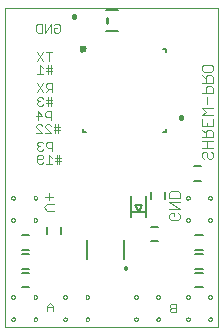
<source format=gbo>
G75*
%MOIN*%
%OFA0B0*%
%FSLAX25Y25*%
%IPPOS*%
%LPD*%
%AMOC8*
5,1,8,0,0,1.08239X$1,22.5*
%
%ADD10C,0.00000*%
%ADD11C,0.00300*%
%ADD12C,0.00400*%
%ADD13C,0.00500*%
%ADD14R,0.02362X0.02362*%
%ADD15C,0.00800*%
%ADD16C,0.00984*%
%ADD17C,0.01600*%
%ADD18C,0.00600*%
%ADD19C,0.00787*%
D10*
X0029368Y0021236D02*
X0029368Y0127535D01*
X0100234Y0127535D01*
X0100234Y0021236D01*
X0029368Y0021236D01*
X0031375Y0023835D02*
X0031377Y0023883D01*
X0031383Y0023931D01*
X0031393Y0023978D01*
X0031406Y0024024D01*
X0031424Y0024069D01*
X0031444Y0024113D01*
X0031469Y0024155D01*
X0031497Y0024194D01*
X0031527Y0024231D01*
X0031561Y0024265D01*
X0031598Y0024297D01*
X0031636Y0024326D01*
X0031677Y0024351D01*
X0031720Y0024373D01*
X0031765Y0024391D01*
X0031811Y0024405D01*
X0031858Y0024416D01*
X0031906Y0024423D01*
X0031954Y0024426D01*
X0032002Y0024425D01*
X0032050Y0024420D01*
X0032098Y0024411D01*
X0032144Y0024399D01*
X0032189Y0024382D01*
X0032233Y0024362D01*
X0032275Y0024339D01*
X0032315Y0024312D01*
X0032353Y0024282D01*
X0032388Y0024249D01*
X0032420Y0024213D01*
X0032450Y0024175D01*
X0032476Y0024134D01*
X0032498Y0024091D01*
X0032518Y0024047D01*
X0032533Y0024002D01*
X0032545Y0023955D01*
X0032553Y0023907D01*
X0032557Y0023859D01*
X0032557Y0023811D01*
X0032553Y0023763D01*
X0032545Y0023715D01*
X0032533Y0023668D01*
X0032518Y0023623D01*
X0032498Y0023579D01*
X0032476Y0023536D01*
X0032450Y0023495D01*
X0032420Y0023457D01*
X0032388Y0023421D01*
X0032353Y0023388D01*
X0032315Y0023358D01*
X0032275Y0023331D01*
X0032233Y0023308D01*
X0032189Y0023288D01*
X0032144Y0023271D01*
X0032098Y0023259D01*
X0032050Y0023250D01*
X0032002Y0023245D01*
X0031954Y0023244D01*
X0031906Y0023247D01*
X0031858Y0023254D01*
X0031811Y0023265D01*
X0031765Y0023279D01*
X0031720Y0023297D01*
X0031677Y0023319D01*
X0031636Y0023344D01*
X0031598Y0023373D01*
X0031561Y0023405D01*
X0031527Y0023439D01*
X0031497Y0023476D01*
X0031469Y0023515D01*
X0031444Y0023557D01*
X0031424Y0023601D01*
X0031406Y0023646D01*
X0031393Y0023692D01*
X0031383Y0023739D01*
X0031377Y0023787D01*
X0031375Y0023835D01*
X0031375Y0031236D02*
X0031377Y0031284D01*
X0031383Y0031332D01*
X0031393Y0031379D01*
X0031406Y0031425D01*
X0031424Y0031470D01*
X0031444Y0031514D01*
X0031469Y0031556D01*
X0031497Y0031595D01*
X0031527Y0031632D01*
X0031561Y0031666D01*
X0031598Y0031698D01*
X0031636Y0031727D01*
X0031677Y0031752D01*
X0031720Y0031774D01*
X0031765Y0031792D01*
X0031811Y0031806D01*
X0031858Y0031817D01*
X0031906Y0031824D01*
X0031954Y0031827D01*
X0032002Y0031826D01*
X0032050Y0031821D01*
X0032098Y0031812D01*
X0032144Y0031800D01*
X0032189Y0031783D01*
X0032233Y0031763D01*
X0032275Y0031740D01*
X0032315Y0031713D01*
X0032353Y0031683D01*
X0032388Y0031650D01*
X0032420Y0031614D01*
X0032450Y0031576D01*
X0032476Y0031535D01*
X0032498Y0031492D01*
X0032518Y0031448D01*
X0032533Y0031403D01*
X0032545Y0031356D01*
X0032553Y0031308D01*
X0032557Y0031260D01*
X0032557Y0031212D01*
X0032553Y0031164D01*
X0032545Y0031116D01*
X0032533Y0031069D01*
X0032518Y0031024D01*
X0032498Y0030980D01*
X0032476Y0030937D01*
X0032450Y0030896D01*
X0032420Y0030858D01*
X0032388Y0030822D01*
X0032353Y0030789D01*
X0032315Y0030759D01*
X0032275Y0030732D01*
X0032233Y0030709D01*
X0032189Y0030689D01*
X0032144Y0030672D01*
X0032098Y0030660D01*
X0032050Y0030651D01*
X0032002Y0030646D01*
X0031954Y0030645D01*
X0031906Y0030648D01*
X0031858Y0030655D01*
X0031811Y0030666D01*
X0031765Y0030680D01*
X0031720Y0030698D01*
X0031677Y0030720D01*
X0031636Y0030745D01*
X0031598Y0030774D01*
X0031561Y0030806D01*
X0031527Y0030840D01*
X0031497Y0030877D01*
X0031469Y0030916D01*
X0031444Y0030958D01*
X0031424Y0031002D01*
X0031406Y0031047D01*
X0031393Y0031093D01*
X0031383Y0031140D01*
X0031377Y0031188D01*
X0031375Y0031236D01*
X0038777Y0031236D02*
X0038779Y0031284D01*
X0038785Y0031332D01*
X0038795Y0031379D01*
X0038808Y0031425D01*
X0038826Y0031470D01*
X0038846Y0031514D01*
X0038871Y0031556D01*
X0038899Y0031595D01*
X0038929Y0031632D01*
X0038963Y0031666D01*
X0039000Y0031698D01*
X0039038Y0031727D01*
X0039079Y0031752D01*
X0039122Y0031774D01*
X0039167Y0031792D01*
X0039213Y0031806D01*
X0039260Y0031817D01*
X0039308Y0031824D01*
X0039356Y0031827D01*
X0039404Y0031826D01*
X0039452Y0031821D01*
X0039500Y0031812D01*
X0039546Y0031800D01*
X0039591Y0031783D01*
X0039635Y0031763D01*
X0039677Y0031740D01*
X0039717Y0031713D01*
X0039755Y0031683D01*
X0039790Y0031650D01*
X0039822Y0031614D01*
X0039852Y0031576D01*
X0039878Y0031535D01*
X0039900Y0031492D01*
X0039920Y0031448D01*
X0039935Y0031403D01*
X0039947Y0031356D01*
X0039955Y0031308D01*
X0039959Y0031260D01*
X0039959Y0031212D01*
X0039955Y0031164D01*
X0039947Y0031116D01*
X0039935Y0031069D01*
X0039920Y0031024D01*
X0039900Y0030980D01*
X0039878Y0030937D01*
X0039852Y0030896D01*
X0039822Y0030858D01*
X0039790Y0030822D01*
X0039755Y0030789D01*
X0039717Y0030759D01*
X0039677Y0030732D01*
X0039635Y0030709D01*
X0039591Y0030689D01*
X0039546Y0030672D01*
X0039500Y0030660D01*
X0039452Y0030651D01*
X0039404Y0030646D01*
X0039356Y0030645D01*
X0039308Y0030648D01*
X0039260Y0030655D01*
X0039213Y0030666D01*
X0039167Y0030680D01*
X0039122Y0030698D01*
X0039079Y0030720D01*
X0039038Y0030745D01*
X0039000Y0030774D01*
X0038963Y0030806D01*
X0038929Y0030840D01*
X0038899Y0030877D01*
X0038871Y0030916D01*
X0038846Y0030958D01*
X0038826Y0031002D01*
X0038808Y0031047D01*
X0038795Y0031093D01*
X0038785Y0031140D01*
X0038779Y0031188D01*
X0038777Y0031236D01*
X0038777Y0023835D02*
X0038779Y0023883D01*
X0038785Y0023931D01*
X0038795Y0023978D01*
X0038808Y0024024D01*
X0038826Y0024069D01*
X0038846Y0024113D01*
X0038871Y0024155D01*
X0038899Y0024194D01*
X0038929Y0024231D01*
X0038963Y0024265D01*
X0039000Y0024297D01*
X0039038Y0024326D01*
X0039079Y0024351D01*
X0039122Y0024373D01*
X0039167Y0024391D01*
X0039213Y0024405D01*
X0039260Y0024416D01*
X0039308Y0024423D01*
X0039356Y0024426D01*
X0039404Y0024425D01*
X0039452Y0024420D01*
X0039500Y0024411D01*
X0039546Y0024399D01*
X0039591Y0024382D01*
X0039635Y0024362D01*
X0039677Y0024339D01*
X0039717Y0024312D01*
X0039755Y0024282D01*
X0039790Y0024249D01*
X0039822Y0024213D01*
X0039852Y0024175D01*
X0039878Y0024134D01*
X0039900Y0024091D01*
X0039920Y0024047D01*
X0039935Y0024002D01*
X0039947Y0023955D01*
X0039955Y0023907D01*
X0039959Y0023859D01*
X0039959Y0023811D01*
X0039955Y0023763D01*
X0039947Y0023715D01*
X0039935Y0023668D01*
X0039920Y0023623D01*
X0039900Y0023579D01*
X0039878Y0023536D01*
X0039852Y0023495D01*
X0039822Y0023457D01*
X0039790Y0023421D01*
X0039755Y0023388D01*
X0039717Y0023358D01*
X0039677Y0023331D01*
X0039635Y0023308D01*
X0039591Y0023288D01*
X0039546Y0023271D01*
X0039500Y0023259D01*
X0039452Y0023250D01*
X0039404Y0023245D01*
X0039356Y0023244D01*
X0039308Y0023247D01*
X0039260Y0023254D01*
X0039213Y0023265D01*
X0039167Y0023279D01*
X0039122Y0023297D01*
X0039079Y0023319D01*
X0039038Y0023344D01*
X0039000Y0023373D01*
X0038963Y0023405D01*
X0038929Y0023439D01*
X0038899Y0023476D01*
X0038871Y0023515D01*
X0038846Y0023557D01*
X0038826Y0023601D01*
X0038808Y0023646D01*
X0038795Y0023692D01*
X0038785Y0023739D01*
X0038779Y0023787D01*
X0038777Y0023835D01*
X0048698Y0023835D02*
X0048700Y0023883D01*
X0048706Y0023931D01*
X0048716Y0023978D01*
X0048729Y0024024D01*
X0048747Y0024069D01*
X0048767Y0024113D01*
X0048792Y0024155D01*
X0048820Y0024194D01*
X0048850Y0024231D01*
X0048884Y0024265D01*
X0048921Y0024297D01*
X0048959Y0024326D01*
X0049000Y0024351D01*
X0049043Y0024373D01*
X0049088Y0024391D01*
X0049134Y0024405D01*
X0049181Y0024416D01*
X0049229Y0024423D01*
X0049277Y0024426D01*
X0049325Y0024425D01*
X0049373Y0024420D01*
X0049421Y0024411D01*
X0049467Y0024399D01*
X0049512Y0024382D01*
X0049556Y0024362D01*
X0049598Y0024339D01*
X0049638Y0024312D01*
X0049676Y0024282D01*
X0049711Y0024249D01*
X0049743Y0024213D01*
X0049773Y0024175D01*
X0049799Y0024134D01*
X0049821Y0024091D01*
X0049841Y0024047D01*
X0049856Y0024002D01*
X0049868Y0023955D01*
X0049876Y0023907D01*
X0049880Y0023859D01*
X0049880Y0023811D01*
X0049876Y0023763D01*
X0049868Y0023715D01*
X0049856Y0023668D01*
X0049841Y0023623D01*
X0049821Y0023579D01*
X0049799Y0023536D01*
X0049773Y0023495D01*
X0049743Y0023457D01*
X0049711Y0023421D01*
X0049676Y0023388D01*
X0049638Y0023358D01*
X0049598Y0023331D01*
X0049556Y0023308D01*
X0049512Y0023288D01*
X0049467Y0023271D01*
X0049421Y0023259D01*
X0049373Y0023250D01*
X0049325Y0023245D01*
X0049277Y0023244D01*
X0049229Y0023247D01*
X0049181Y0023254D01*
X0049134Y0023265D01*
X0049088Y0023279D01*
X0049043Y0023297D01*
X0049000Y0023319D01*
X0048959Y0023344D01*
X0048921Y0023373D01*
X0048884Y0023405D01*
X0048850Y0023439D01*
X0048820Y0023476D01*
X0048792Y0023515D01*
X0048767Y0023557D01*
X0048747Y0023601D01*
X0048729Y0023646D01*
X0048716Y0023692D01*
X0048706Y0023739D01*
X0048700Y0023787D01*
X0048698Y0023835D01*
X0048698Y0031236D02*
X0048700Y0031284D01*
X0048706Y0031332D01*
X0048716Y0031379D01*
X0048729Y0031425D01*
X0048747Y0031470D01*
X0048767Y0031514D01*
X0048792Y0031556D01*
X0048820Y0031595D01*
X0048850Y0031632D01*
X0048884Y0031666D01*
X0048921Y0031698D01*
X0048959Y0031727D01*
X0049000Y0031752D01*
X0049043Y0031774D01*
X0049088Y0031792D01*
X0049134Y0031806D01*
X0049181Y0031817D01*
X0049229Y0031824D01*
X0049277Y0031827D01*
X0049325Y0031826D01*
X0049373Y0031821D01*
X0049421Y0031812D01*
X0049467Y0031800D01*
X0049512Y0031783D01*
X0049556Y0031763D01*
X0049598Y0031740D01*
X0049638Y0031713D01*
X0049676Y0031683D01*
X0049711Y0031650D01*
X0049743Y0031614D01*
X0049773Y0031576D01*
X0049799Y0031535D01*
X0049821Y0031492D01*
X0049841Y0031448D01*
X0049856Y0031403D01*
X0049868Y0031356D01*
X0049876Y0031308D01*
X0049880Y0031260D01*
X0049880Y0031212D01*
X0049876Y0031164D01*
X0049868Y0031116D01*
X0049856Y0031069D01*
X0049841Y0031024D01*
X0049821Y0030980D01*
X0049799Y0030937D01*
X0049773Y0030896D01*
X0049743Y0030858D01*
X0049711Y0030822D01*
X0049676Y0030789D01*
X0049638Y0030759D01*
X0049598Y0030732D01*
X0049556Y0030709D01*
X0049512Y0030689D01*
X0049467Y0030672D01*
X0049421Y0030660D01*
X0049373Y0030651D01*
X0049325Y0030646D01*
X0049277Y0030645D01*
X0049229Y0030648D01*
X0049181Y0030655D01*
X0049134Y0030666D01*
X0049088Y0030680D01*
X0049043Y0030698D01*
X0049000Y0030720D01*
X0048959Y0030745D01*
X0048921Y0030774D01*
X0048884Y0030806D01*
X0048850Y0030840D01*
X0048820Y0030877D01*
X0048792Y0030916D01*
X0048767Y0030958D01*
X0048747Y0031002D01*
X0048729Y0031047D01*
X0048716Y0031093D01*
X0048706Y0031140D01*
X0048700Y0031188D01*
X0048698Y0031236D01*
X0056100Y0031236D02*
X0056102Y0031284D01*
X0056108Y0031332D01*
X0056118Y0031379D01*
X0056131Y0031425D01*
X0056149Y0031470D01*
X0056169Y0031514D01*
X0056194Y0031556D01*
X0056222Y0031595D01*
X0056252Y0031632D01*
X0056286Y0031666D01*
X0056323Y0031698D01*
X0056361Y0031727D01*
X0056402Y0031752D01*
X0056445Y0031774D01*
X0056490Y0031792D01*
X0056536Y0031806D01*
X0056583Y0031817D01*
X0056631Y0031824D01*
X0056679Y0031827D01*
X0056727Y0031826D01*
X0056775Y0031821D01*
X0056823Y0031812D01*
X0056869Y0031800D01*
X0056914Y0031783D01*
X0056958Y0031763D01*
X0057000Y0031740D01*
X0057040Y0031713D01*
X0057078Y0031683D01*
X0057113Y0031650D01*
X0057145Y0031614D01*
X0057175Y0031576D01*
X0057201Y0031535D01*
X0057223Y0031492D01*
X0057243Y0031448D01*
X0057258Y0031403D01*
X0057270Y0031356D01*
X0057278Y0031308D01*
X0057282Y0031260D01*
X0057282Y0031212D01*
X0057278Y0031164D01*
X0057270Y0031116D01*
X0057258Y0031069D01*
X0057243Y0031024D01*
X0057223Y0030980D01*
X0057201Y0030937D01*
X0057175Y0030896D01*
X0057145Y0030858D01*
X0057113Y0030822D01*
X0057078Y0030789D01*
X0057040Y0030759D01*
X0057000Y0030732D01*
X0056958Y0030709D01*
X0056914Y0030689D01*
X0056869Y0030672D01*
X0056823Y0030660D01*
X0056775Y0030651D01*
X0056727Y0030646D01*
X0056679Y0030645D01*
X0056631Y0030648D01*
X0056583Y0030655D01*
X0056536Y0030666D01*
X0056490Y0030680D01*
X0056445Y0030698D01*
X0056402Y0030720D01*
X0056361Y0030745D01*
X0056323Y0030774D01*
X0056286Y0030806D01*
X0056252Y0030840D01*
X0056222Y0030877D01*
X0056194Y0030916D01*
X0056169Y0030958D01*
X0056149Y0031002D01*
X0056131Y0031047D01*
X0056118Y0031093D01*
X0056108Y0031140D01*
X0056102Y0031188D01*
X0056100Y0031236D01*
X0056100Y0023835D02*
X0056102Y0023883D01*
X0056108Y0023931D01*
X0056118Y0023978D01*
X0056131Y0024024D01*
X0056149Y0024069D01*
X0056169Y0024113D01*
X0056194Y0024155D01*
X0056222Y0024194D01*
X0056252Y0024231D01*
X0056286Y0024265D01*
X0056323Y0024297D01*
X0056361Y0024326D01*
X0056402Y0024351D01*
X0056445Y0024373D01*
X0056490Y0024391D01*
X0056536Y0024405D01*
X0056583Y0024416D01*
X0056631Y0024423D01*
X0056679Y0024426D01*
X0056727Y0024425D01*
X0056775Y0024420D01*
X0056823Y0024411D01*
X0056869Y0024399D01*
X0056914Y0024382D01*
X0056958Y0024362D01*
X0057000Y0024339D01*
X0057040Y0024312D01*
X0057078Y0024282D01*
X0057113Y0024249D01*
X0057145Y0024213D01*
X0057175Y0024175D01*
X0057201Y0024134D01*
X0057223Y0024091D01*
X0057243Y0024047D01*
X0057258Y0024002D01*
X0057270Y0023955D01*
X0057278Y0023907D01*
X0057282Y0023859D01*
X0057282Y0023811D01*
X0057278Y0023763D01*
X0057270Y0023715D01*
X0057258Y0023668D01*
X0057243Y0023623D01*
X0057223Y0023579D01*
X0057201Y0023536D01*
X0057175Y0023495D01*
X0057145Y0023457D01*
X0057113Y0023421D01*
X0057078Y0023388D01*
X0057040Y0023358D01*
X0057000Y0023331D01*
X0056958Y0023308D01*
X0056914Y0023288D01*
X0056869Y0023271D01*
X0056823Y0023259D01*
X0056775Y0023250D01*
X0056727Y0023245D01*
X0056679Y0023244D01*
X0056631Y0023247D01*
X0056583Y0023254D01*
X0056536Y0023265D01*
X0056490Y0023279D01*
X0056445Y0023297D01*
X0056402Y0023319D01*
X0056361Y0023344D01*
X0056323Y0023373D01*
X0056286Y0023405D01*
X0056252Y0023439D01*
X0056222Y0023476D01*
X0056194Y0023515D01*
X0056169Y0023557D01*
X0056149Y0023601D01*
X0056131Y0023646D01*
X0056118Y0023692D01*
X0056108Y0023739D01*
X0056102Y0023787D01*
X0056100Y0023835D01*
X0072320Y0023835D02*
X0072322Y0023883D01*
X0072328Y0023931D01*
X0072338Y0023978D01*
X0072351Y0024024D01*
X0072369Y0024069D01*
X0072389Y0024113D01*
X0072414Y0024155D01*
X0072442Y0024194D01*
X0072472Y0024231D01*
X0072506Y0024265D01*
X0072543Y0024297D01*
X0072581Y0024326D01*
X0072622Y0024351D01*
X0072665Y0024373D01*
X0072710Y0024391D01*
X0072756Y0024405D01*
X0072803Y0024416D01*
X0072851Y0024423D01*
X0072899Y0024426D01*
X0072947Y0024425D01*
X0072995Y0024420D01*
X0073043Y0024411D01*
X0073089Y0024399D01*
X0073134Y0024382D01*
X0073178Y0024362D01*
X0073220Y0024339D01*
X0073260Y0024312D01*
X0073298Y0024282D01*
X0073333Y0024249D01*
X0073365Y0024213D01*
X0073395Y0024175D01*
X0073421Y0024134D01*
X0073443Y0024091D01*
X0073463Y0024047D01*
X0073478Y0024002D01*
X0073490Y0023955D01*
X0073498Y0023907D01*
X0073502Y0023859D01*
X0073502Y0023811D01*
X0073498Y0023763D01*
X0073490Y0023715D01*
X0073478Y0023668D01*
X0073463Y0023623D01*
X0073443Y0023579D01*
X0073421Y0023536D01*
X0073395Y0023495D01*
X0073365Y0023457D01*
X0073333Y0023421D01*
X0073298Y0023388D01*
X0073260Y0023358D01*
X0073220Y0023331D01*
X0073178Y0023308D01*
X0073134Y0023288D01*
X0073089Y0023271D01*
X0073043Y0023259D01*
X0072995Y0023250D01*
X0072947Y0023245D01*
X0072899Y0023244D01*
X0072851Y0023247D01*
X0072803Y0023254D01*
X0072756Y0023265D01*
X0072710Y0023279D01*
X0072665Y0023297D01*
X0072622Y0023319D01*
X0072581Y0023344D01*
X0072543Y0023373D01*
X0072506Y0023405D01*
X0072472Y0023439D01*
X0072442Y0023476D01*
X0072414Y0023515D01*
X0072389Y0023557D01*
X0072369Y0023601D01*
X0072351Y0023646D01*
X0072338Y0023692D01*
X0072328Y0023739D01*
X0072322Y0023787D01*
X0072320Y0023835D01*
X0072320Y0031236D02*
X0072322Y0031284D01*
X0072328Y0031332D01*
X0072338Y0031379D01*
X0072351Y0031425D01*
X0072369Y0031470D01*
X0072389Y0031514D01*
X0072414Y0031556D01*
X0072442Y0031595D01*
X0072472Y0031632D01*
X0072506Y0031666D01*
X0072543Y0031698D01*
X0072581Y0031727D01*
X0072622Y0031752D01*
X0072665Y0031774D01*
X0072710Y0031792D01*
X0072756Y0031806D01*
X0072803Y0031817D01*
X0072851Y0031824D01*
X0072899Y0031827D01*
X0072947Y0031826D01*
X0072995Y0031821D01*
X0073043Y0031812D01*
X0073089Y0031800D01*
X0073134Y0031783D01*
X0073178Y0031763D01*
X0073220Y0031740D01*
X0073260Y0031713D01*
X0073298Y0031683D01*
X0073333Y0031650D01*
X0073365Y0031614D01*
X0073395Y0031576D01*
X0073421Y0031535D01*
X0073443Y0031492D01*
X0073463Y0031448D01*
X0073478Y0031403D01*
X0073490Y0031356D01*
X0073498Y0031308D01*
X0073502Y0031260D01*
X0073502Y0031212D01*
X0073498Y0031164D01*
X0073490Y0031116D01*
X0073478Y0031069D01*
X0073463Y0031024D01*
X0073443Y0030980D01*
X0073421Y0030937D01*
X0073395Y0030896D01*
X0073365Y0030858D01*
X0073333Y0030822D01*
X0073298Y0030789D01*
X0073260Y0030759D01*
X0073220Y0030732D01*
X0073178Y0030709D01*
X0073134Y0030689D01*
X0073089Y0030672D01*
X0073043Y0030660D01*
X0072995Y0030651D01*
X0072947Y0030646D01*
X0072899Y0030645D01*
X0072851Y0030648D01*
X0072803Y0030655D01*
X0072756Y0030666D01*
X0072710Y0030680D01*
X0072665Y0030698D01*
X0072622Y0030720D01*
X0072581Y0030745D01*
X0072543Y0030774D01*
X0072506Y0030806D01*
X0072472Y0030840D01*
X0072442Y0030877D01*
X0072414Y0030916D01*
X0072389Y0030958D01*
X0072369Y0031002D01*
X0072351Y0031047D01*
X0072338Y0031093D01*
X0072328Y0031140D01*
X0072322Y0031188D01*
X0072320Y0031236D01*
X0079722Y0031236D02*
X0079724Y0031284D01*
X0079730Y0031332D01*
X0079740Y0031379D01*
X0079753Y0031425D01*
X0079771Y0031470D01*
X0079791Y0031514D01*
X0079816Y0031556D01*
X0079844Y0031595D01*
X0079874Y0031632D01*
X0079908Y0031666D01*
X0079945Y0031698D01*
X0079983Y0031727D01*
X0080024Y0031752D01*
X0080067Y0031774D01*
X0080112Y0031792D01*
X0080158Y0031806D01*
X0080205Y0031817D01*
X0080253Y0031824D01*
X0080301Y0031827D01*
X0080349Y0031826D01*
X0080397Y0031821D01*
X0080445Y0031812D01*
X0080491Y0031800D01*
X0080536Y0031783D01*
X0080580Y0031763D01*
X0080622Y0031740D01*
X0080662Y0031713D01*
X0080700Y0031683D01*
X0080735Y0031650D01*
X0080767Y0031614D01*
X0080797Y0031576D01*
X0080823Y0031535D01*
X0080845Y0031492D01*
X0080865Y0031448D01*
X0080880Y0031403D01*
X0080892Y0031356D01*
X0080900Y0031308D01*
X0080904Y0031260D01*
X0080904Y0031212D01*
X0080900Y0031164D01*
X0080892Y0031116D01*
X0080880Y0031069D01*
X0080865Y0031024D01*
X0080845Y0030980D01*
X0080823Y0030937D01*
X0080797Y0030896D01*
X0080767Y0030858D01*
X0080735Y0030822D01*
X0080700Y0030789D01*
X0080662Y0030759D01*
X0080622Y0030732D01*
X0080580Y0030709D01*
X0080536Y0030689D01*
X0080491Y0030672D01*
X0080445Y0030660D01*
X0080397Y0030651D01*
X0080349Y0030646D01*
X0080301Y0030645D01*
X0080253Y0030648D01*
X0080205Y0030655D01*
X0080158Y0030666D01*
X0080112Y0030680D01*
X0080067Y0030698D01*
X0080024Y0030720D01*
X0079983Y0030745D01*
X0079945Y0030774D01*
X0079908Y0030806D01*
X0079874Y0030840D01*
X0079844Y0030877D01*
X0079816Y0030916D01*
X0079791Y0030958D01*
X0079771Y0031002D01*
X0079753Y0031047D01*
X0079740Y0031093D01*
X0079730Y0031140D01*
X0079724Y0031188D01*
X0079722Y0031236D01*
X0079722Y0023835D02*
X0079724Y0023883D01*
X0079730Y0023931D01*
X0079740Y0023978D01*
X0079753Y0024024D01*
X0079771Y0024069D01*
X0079791Y0024113D01*
X0079816Y0024155D01*
X0079844Y0024194D01*
X0079874Y0024231D01*
X0079908Y0024265D01*
X0079945Y0024297D01*
X0079983Y0024326D01*
X0080024Y0024351D01*
X0080067Y0024373D01*
X0080112Y0024391D01*
X0080158Y0024405D01*
X0080205Y0024416D01*
X0080253Y0024423D01*
X0080301Y0024426D01*
X0080349Y0024425D01*
X0080397Y0024420D01*
X0080445Y0024411D01*
X0080491Y0024399D01*
X0080536Y0024382D01*
X0080580Y0024362D01*
X0080622Y0024339D01*
X0080662Y0024312D01*
X0080700Y0024282D01*
X0080735Y0024249D01*
X0080767Y0024213D01*
X0080797Y0024175D01*
X0080823Y0024134D01*
X0080845Y0024091D01*
X0080865Y0024047D01*
X0080880Y0024002D01*
X0080892Y0023955D01*
X0080900Y0023907D01*
X0080904Y0023859D01*
X0080904Y0023811D01*
X0080900Y0023763D01*
X0080892Y0023715D01*
X0080880Y0023668D01*
X0080865Y0023623D01*
X0080845Y0023579D01*
X0080823Y0023536D01*
X0080797Y0023495D01*
X0080767Y0023457D01*
X0080735Y0023421D01*
X0080700Y0023388D01*
X0080662Y0023358D01*
X0080622Y0023331D01*
X0080580Y0023308D01*
X0080536Y0023288D01*
X0080491Y0023271D01*
X0080445Y0023259D01*
X0080397Y0023250D01*
X0080349Y0023245D01*
X0080301Y0023244D01*
X0080253Y0023247D01*
X0080205Y0023254D01*
X0080158Y0023265D01*
X0080112Y0023279D01*
X0080067Y0023297D01*
X0080024Y0023319D01*
X0079983Y0023344D01*
X0079945Y0023373D01*
X0079908Y0023405D01*
X0079874Y0023439D01*
X0079844Y0023476D01*
X0079816Y0023515D01*
X0079791Y0023557D01*
X0079771Y0023601D01*
X0079753Y0023646D01*
X0079740Y0023692D01*
X0079730Y0023739D01*
X0079724Y0023787D01*
X0079722Y0023835D01*
X0089643Y0023835D02*
X0089645Y0023883D01*
X0089651Y0023931D01*
X0089661Y0023978D01*
X0089674Y0024024D01*
X0089692Y0024069D01*
X0089712Y0024113D01*
X0089737Y0024155D01*
X0089765Y0024194D01*
X0089795Y0024231D01*
X0089829Y0024265D01*
X0089866Y0024297D01*
X0089904Y0024326D01*
X0089945Y0024351D01*
X0089988Y0024373D01*
X0090033Y0024391D01*
X0090079Y0024405D01*
X0090126Y0024416D01*
X0090174Y0024423D01*
X0090222Y0024426D01*
X0090270Y0024425D01*
X0090318Y0024420D01*
X0090366Y0024411D01*
X0090412Y0024399D01*
X0090457Y0024382D01*
X0090501Y0024362D01*
X0090543Y0024339D01*
X0090583Y0024312D01*
X0090621Y0024282D01*
X0090656Y0024249D01*
X0090688Y0024213D01*
X0090718Y0024175D01*
X0090744Y0024134D01*
X0090766Y0024091D01*
X0090786Y0024047D01*
X0090801Y0024002D01*
X0090813Y0023955D01*
X0090821Y0023907D01*
X0090825Y0023859D01*
X0090825Y0023811D01*
X0090821Y0023763D01*
X0090813Y0023715D01*
X0090801Y0023668D01*
X0090786Y0023623D01*
X0090766Y0023579D01*
X0090744Y0023536D01*
X0090718Y0023495D01*
X0090688Y0023457D01*
X0090656Y0023421D01*
X0090621Y0023388D01*
X0090583Y0023358D01*
X0090543Y0023331D01*
X0090501Y0023308D01*
X0090457Y0023288D01*
X0090412Y0023271D01*
X0090366Y0023259D01*
X0090318Y0023250D01*
X0090270Y0023245D01*
X0090222Y0023244D01*
X0090174Y0023247D01*
X0090126Y0023254D01*
X0090079Y0023265D01*
X0090033Y0023279D01*
X0089988Y0023297D01*
X0089945Y0023319D01*
X0089904Y0023344D01*
X0089866Y0023373D01*
X0089829Y0023405D01*
X0089795Y0023439D01*
X0089765Y0023476D01*
X0089737Y0023515D01*
X0089712Y0023557D01*
X0089692Y0023601D01*
X0089674Y0023646D01*
X0089661Y0023692D01*
X0089651Y0023739D01*
X0089645Y0023787D01*
X0089643Y0023835D01*
X0089643Y0031236D02*
X0089645Y0031284D01*
X0089651Y0031332D01*
X0089661Y0031379D01*
X0089674Y0031425D01*
X0089692Y0031470D01*
X0089712Y0031514D01*
X0089737Y0031556D01*
X0089765Y0031595D01*
X0089795Y0031632D01*
X0089829Y0031666D01*
X0089866Y0031698D01*
X0089904Y0031727D01*
X0089945Y0031752D01*
X0089988Y0031774D01*
X0090033Y0031792D01*
X0090079Y0031806D01*
X0090126Y0031817D01*
X0090174Y0031824D01*
X0090222Y0031827D01*
X0090270Y0031826D01*
X0090318Y0031821D01*
X0090366Y0031812D01*
X0090412Y0031800D01*
X0090457Y0031783D01*
X0090501Y0031763D01*
X0090543Y0031740D01*
X0090583Y0031713D01*
X0090621Y0031683D01*
X0090656Y0031650D01*
X0090688Y0031614D01*
X0090718Y0031576D01*
X0090744Y0031535D01*
X0090766Y0031492D01*
X0090786Y0031448D01*
X0090801Y0031403D01*
X0090813Y0031356D01*
X0090821Y0031308D01*
X0090825Y0031260D01*
X0090825Y0031212D01*
X0090821Y0031164D01*
X0090813Y0031116D01*
X0090801Y0031069D01*
X0090786Y0031024D01*
X0090766Y0030980D01*
X0090744Y0030937D01*
X0090718Y0030896D01*
X0090688Y0030858D01*
X0090656Y0030822D01*
X0090621Y0030789D01*
X0090583Y0030759D01*
X0090543Y0030732D01*
X0090501Y0030709D01*
X0090457Y0030689D01*
X0090412Y0030672D01*
X0090366Y0030660D01*
X0090318Y0030651D01*
X0090270Y0030646D01*
X0090222Y0030645D01*
X0090174Y0030648D01*
X0090126Y0030655D01*
X0090079Y0030666D01*
X0090033Y0030680D01*
X0089988Y0030698D01*
X0089945Y0030720D01*
X0089904Y0030745D01*
X0089866Y0030774D01*
X0089829Y0030806D01*
X0089795Y0030840D01*
X0089765Y0030877D01*
X0089737Y0030916D01*
X0089712Y0030958D01*
X0089692Y0031002D01*
X0089674Y0031047D01*
X0089661Y0031093D01*
X0089651Y0031140D01*
X0089645Y0031188D01*
X0089643Y0031236D01*
X0097044Y0031236D02*
X0097046Y0031284D01*
X0097052Y0031332D01*
X0097062Y0031379D01*
X0097075Y0031425D01*
X0097093Y0031470D01*
X0097113Y0031514D01*
X0097138Y0031556D01*
X0097166Y0031595D01*
X0097196Y0031632D01*
X0097230Y0031666D01*
X0097267Y0031698D01*
X0097305Y0031727D01*
X0097346Y0031752D01*
X0097389Y0031774D01*
X0097434Y0031792D01*
X0097480Y0031806D01*
X0097527Y0031817D01*
X0097575Y0031824D01*
X0097623Y0031827D01*
X0097671Y0031826D01*
X0097719Y0031821D01*
X0097767Y0031812D01*
X0097813Y0031800D01*
X0097858Y0031783D01*
X0097902Y0031763D01*
X0097944Y0031740D01*
X0097984Y0031713D01*
X0098022Y0031683D01*
X0098057Y0031650D01*
X0098089Y0031614D01*
X0098119Y0031576D01*
X0098145Y0031535D01*
X0098167Y0031492D01*
X0098187Y0031448D01*
X0098202Y0031403D01*
X0098214Y0031356D01*
X0098222Y0031308D01*
X0098226Y0031260D01*
X0098226Y0031212D01*
X0098222Y0031164D01*
X0098214Y0031116D01*
X0098202Y0031069D01*
X0098187Y0031024D01*
X0098167Y0030980D01*
X0098145Y0030937D01*
X0098119Y0030896D01*
X0098089Y0030858D01*
X0098057Y0030822D01*
X0098022Y0030789D01*
X0097984Y0030759D01*
X0097944Y0030732D01*
X0097902Y0030709D01*
X0097858Y0030689D01*
X0097813Y0030672D01*
X0097767Y0030660D01*
X0097719Y0030651D01*
X0097671Y0030646D01*
X0097623Y0030645D01*
X0097575Y0030648D01*
X0097527Y0030655D01*
X0097480Y0030666D01*
X0097434Y0030680D01*
X0097389Y0030698D01*
X0097346Y0030720D01*
X0097305Y0030745D01*
X0097267Y0030774D01*
X0097230Y0030806D01*
X0097196Y0030840D01*
X0097166Y0030877D01*
X0097138Y0030916D01*
X0097113Y0030958D01*
X0097093Y0031002D01*
X0097075Y0031047D01*
X0097062Y0031093D01*
X0097052Y0031140D01*
X0097046Y0031188D01*
X0097044Y0031236D01*
X0097044Y0023835D02*
X0097046Y0023883D01*
X0097052Y0023931D01*
X0097062Y0023978D01*
X0097075Y0024024D01*
X0097093Y0024069D01*
X0097113Y0024113D01*
X0097138Y0024155D01*
X0097166Y0024194D01*
X0097196Y0024231D01*
X0097230Y0024265D01*
X0097267Y0024297D01*
X0097305Y0024326D01*
X0097346Y0024351D01*
X0097389Y0024373D01*
X0097434Y0024391D01*
X0097480Y0024405D01*
X0097527Y0024416D01*
X0097575Y0024423D01*
X0097623Y0024426D01*
X0097671Y0024425D01*
X0097719Y0024420D01*
X0097767Y0024411D01*
X0097813Y0024399D01*
X0097858Y0024382D01*
X0097902Y0024362D01*
X0097944Y0024339D01*
X0097984Y0024312D01*
X0098022Y0024282D01*
X0098057Y0024249D01*
X0098089Y0024213D01*
X0098119Y0024175D01*
X0098145Y0024134D01*
X0098167Y0024091D01*
X0098187Y0024047D01*
X0098202Y0024002D01*
X0098214Y0023955D01*
X0098222Y0023907D01*
X0098226Y0023859D01*
X0098226Y0023811D01*
X0098222Y0023763D01*
X0098214Y0023715D01*
X0098202Y0023668D01*
X0098187Y0023623D01*
X0098167Y0023579D01*
X0098145Y0023536D01*
X0098119Y0023495D01*
X0098089Y0023457D01*
X0098057Y0023421D01*
X0098022Y0023388D01*
X0097984Y0023358D01*
X0097944Y0023331D01*
X0097902Y0023308D01*
X0097858Y0023288D01*
X0097813Y0023271D01*
X0097767Y0023259D01*
X0097719Y0023250D01*
X0097671Y0023245D01*
X0097623Y0023244D01*
X0097575Y0023247D01*
X0097527Y0023254D01*
X0097480Y0023265D01*
X0097434Y0023279D01*
X0097389Y0023297D01*
X0097346Y0023319D01*
X0097305Y0023344D01*
X0097267Y0023373D01*
X0097230Y0023405D01*
X0097196Y0023439D01*
X0097166Y0023476D01*
X0097138Y0023515D01*
X0097113Y0023557D01*
X0097093Y0023601D01*
X0097075Y0023646D01*
X0097062Y0023692D01*
X0097052Y0023739D01*
X0097046Y0023787D01*
X0097044Y0023835D01*
X0097044Y0056906D02*
X0097046Y0056954D01*
X0097052Y0057002D01*
X0097062Y0057049D01*
X0097075Y0057095D01*
X0097093Y0057140D01*
X0097113Y0057184D01*
X0097138Y0057226D01*
X0097166Y0057265D01*
X0097196Y0057302D01*
X0097230Y0057336D01*
X0097267Y0057368D01*
X0097305Y0057397D01*
X0097346Y0057422D01*
X0097389Y0057444D01*
X0097434Y0057462D01*
X0097480Y0057476D01*
X0097527Y0057487D01*
X0097575Y0057494D01*
X0097623Y0057497D01*
X0097671Y0057496D01*
X0097719Y0057491D01*
X0097767Y0057482D01*
X0097813Y0057470D01*
X0097858Y0057453D01*
X0097902Y0057433D01*
X0097944Y0057410D01*
X0097984Y0057383D01*
X0098022Y0057353D01*
X0098057Y0057320D01*
X0098089Y0057284D01*
X0098119Y0057246D01*
X0098145Y0057205D01*
X0098167Y0057162D01*
X0098187Y0057118D01*
X0098202Y0057073D01*
X0098214Y0057026D01*
X0098222Y0056978D01*
X0098226Y0056930D01*
X0098226Y0056882D01*
X0098222Y0056834D01*
X0098214Y0056786D01*
X0098202Y0056739D01*
X0098187Y0056694D01*
X0098167Y0056650D01*
X0098145Y0056607D01*
X0098119Y0056566D01*
X0098089Y0056528D01*
X0098057Y0056492D01*
X0098022Y0056459D01*
X0097984Y0056429D01*
X0097944Y0056402D01*
X0097902Y0056379D01*
X0097858Y0056359D01*
X0097813Y0056342D01*
X0097767Y0056330D01*
X0097719Y0056321D01*
X0097671Y0056316D01*
X0097623Y0056315D01*
X0097575Y0056318D01*
X0097527Y0056325D01*
X0097480Y0056336D01*
X0097434Y0056350D01*
X0097389Y0056368D01*
X0097346Y0056390D01*
X0097305Y0056415D01*
X0097267Y0056444D01*
X0097230Y0056476D01*
X0097196Y0056510D01*
X0097166Y0056547D01*
X0097138Y0056586D01*
X0097113Y0056628D01*
X0097093Y0056672D01*
X0097075Y0056717D01*
X0097062Y0056763D01*
X0097052Y0056810D01*
X0097046Y0056858D01*
X0097044Y0056906D01*
X0097044Y0064307D02*
X0097046Y0064355D01*
X0097052Y0064403D01*
X0097062Y0064450D01*
X0097075Y0064496D01*
X0097093Y0064541D01*
X0097113Y0064585D01*
X0097138Y0064627D01*
X0097166Y0064666D01*
X0097196Y0064703D01*
X0097230Y0064737D01*
X0097267Y0064769D01*
X0097305Y0064798D01*
X0097346Y0064823D01*
X0097389Y0064845D01*
X0097434Y0064863D01*
X0097480Y0064877D01*
X0097527Y0064888D01*
X0097575Y0064895D01*
X0097623Y0064898D01*
X0097671Y0064897D01*
X0097719Y0064892D01*
X0097767Y0064883D01*
X0097813Y0064871D01*
X0097858Y0064854D01*
X0097902Y0064834D01*
X0097944Y0064811D01*
X0097984Y0064784D01*
X0098022Y0064754D01*
X0098057Y0064721D01*
X0098089Y0064685D01*
X0098119Y0064647D01*
X0098145Y0064606D01*
X0098167Y0064563D01*
X0098187Y0064519D01*
X0098202Y0064474D01*
X0098214Y0064427D01*
X0098222Y0064379D01*
X0098226Y0064331D01*
X0098226Y0064283D01*
X0098222Y0064235D01*
X0098214Y0064187D01*
X0098202Y0064140D01*
X0098187Y0064095D01*
X0098167Y0064051D01*
X0098145Y0064008D01*
X0098119Y0063967D01*
X0098089Y0063929D01*
X0098057Y0063893D01*
X0098022Y0063860D01*
X0097984Y0063830D01*
X0097944Y0063803D01*
X0097902Y0063780D01*
X0097858Y0063760D01*
X0097813Y0063743D01*
X0097767Y0063731D01*
X0097719Y0063722D01*
X0097671Y0063717D01*
X0097623Y0063716D01*
X0097575Y0063719D01*
X0097527Y0063726D01*
X0097480Y0063737D01*
X0097434Y0063751D01*
X0097389Y0063769D01*
X0097346Y0063791D01*
X0097305Y0063816D01*
X0097267Y0063845D01*
X0097230Y0063877D01*
X0097196Y0063911D01*
X0097166Y0063948D01*
X0097138Y0063987D01*
X0097113Y0064029D01*
X0097093Y0064073D01*
X0097075Y0064118D01*
X0097062Y0064164D01*
X0097052Y0064211D01*
X0097046Y0064259D01*
X0097044Y0064307D01*
X0089643Y0064307D02*
X0089645Y0064355D01*
X0089651Y0064403D01*
X0089661Y0064450D01*
X0089674Y0064496D01*
X0089692Y0064541D01*
X0089712Y0064585D01*
X0089737Y0064627D01*
X0089765Y0064666D01*
X0089795Y0064703D01*
X0089829Y0064737D01*
X0089866Y0064769D01*
X0089904Y0064798D01*
X0089945Y0064823D01*
X0089988Y0064845D01*
X0090033Y0064863D01*
X0090079Y0064877D01*
X0090126Y0064888D01*
X0090174Y0064895D01*
X0090222Y0064898D01*
X0090270Y0064897D01*
X0090318Y0064892D01*
X0090366Y0064883D01*
X0090412Y0064871D01*
X0090457Y0064854D01*
X0090501Y0064834D01*
X0090543Y0064811D01*
X0090583Y0064784D01*
X0090621Y0064754D01*
X0090656Y0064721D01*
X0090688Y0064685D01*
X0090718Y0064647D01*
X0090744Y0064606D01*
X0090766Y0064563D01*
X0090786Y0064519D01*
X0090801Y0064474D01*
X0090813Y0064427D01*
X0090821Y0064379D01*
X0090825Y0064331D01*
X0090825Y0064283D01*
X0090821Y0064235D01*
X0090813Y0064187D01*
X0090801Y0064140D01*
X0090786Y0064095D01*
X0090766Y0064051D01*
X0090744Y0064008D01*
X0090718Y0063967D01*
X0090688Y0063929D01*
X0090656Y0063893D01*
X0090621Y0063860D01*
X0090583Y0063830D01*
X0090543Y0063803D01*
X0090501Y0063780D01*
X0090457Y0063760D01*
X0090412Y0063743D01*
X0090366Y0063731D01*
X0090318Y0063722D01*
X0090270Y0063717D01*
X0090222Y0063716D01*
X0090174Y0063719D01*
X0090126Y0063726D01*
X0090079Y0063737D01*
X0090033Y0063751D01*
X0089988Y0063769D01*
X0089945Y0063791D01*
X0089904Y0063816D01*
X0089866Y0063845D01*
X0089829Y0063877D01*
X0089795Y0063911D01*
X0089765Y0063948D01*
X0089737Y0063987D01*
X0089712Y0064029D01*
X0089692Y0064073D01*
X0089674Y0064118D01*
X0089661Y0064164D01*
X0089651Y0064211D01*
X0089645Y0064259D01*
X0089643Y0064307D01*
X0089643Y0056906D02*
X0089645Y0056954D01*
X0089651Y0057002D01*
X0089661Y0057049D01*
X0089674Y0057095D01*
X0089692Y0057140D01*
X0089712Y0057184D01*
X0089737Y0057226D01*
X0089765Y0057265D01*
X0089795Y0057302D01*
X0089829Y0057336D01*
X0089866Y0057368D01*
X0089904Y0057397D01*
X0089945Y0057422D01*
X0089988Y0057444D01*
X0090033Y0057462D01*
X0090079Y0057476D01*
X0090126Y0057487D01*
X0090174Y0057494D01*
X0090222Y0057497D01*
X0090270Y0057496D01*
X0090318Y0057491D01*
X0090366Y0057482D01*
X0090412Y0057470D01*
X0090457Y0057453D01*
X0090501Y0057433D01*
X0090543Y0057410D01*
X0090583Y0057383D01*
X0090621Y0057353D01*
X0090656Y0057320D01*
X0090688Y0057284D01*
X0090718Y0057246D01*
X0090744Y0057205D01*
X0090766Y0057162D01*
X0090786Y0057118D01*
X0090801Y0057073D01*
X0090813Y0057026D01*
X0090821Y0056978D01*
X0090825Y0056930D01*
X0090825Y0056882D01*
X0090821Y0056834D01*
X0090813Y0056786D01*
X0090801Y0056739D01*
X0090786Y0056694D01*
X0090766Y0056650D01*
X0090744Y0056607D01*
X0090718Y0056566D01*
X0090688Y0056528D01*
X0090656Y0056492D01*
X0090621Y0056459D01*
X0090583Y0056429D01*
X0090543Y0056402D01*
X0090501Y0056379D01*
X0090457Y0056359D01*
X0090412Y0056342D01*
X0090366Y0056330D01*
X0090318Y0056321D01*
X0090270Y0056316D01*
X0090222Y0056315D01*
X0090174Y0056318D01*
X0090126Y0056325D01*
X0090079Y0056336D01*
X0090033Y0056350D01*
X0089988Y0056368D01*
X0089945Y0056390D01*
X0089904Y0056415D01*
X0089866Y0056444D01*
X0089829Y0056476D01*
X0089795Y0056510D01*
X0089765Y0056547D01*
X0089737Y0056586D01*
X0089712Y0056628D01*
X0089692Y0056672D01*
X0089674Y0056717D01*
X0089661Y0056763D01*
X0089651Y0056810D01*
X0089645Y0056858D01*
X0089643Y0056906D01*
X0038777Y0056906D02*
X0038779Y0056954D01*
X0038785Y0057002D01*
X0038795Y0057049D01*
X0038808Y0057095D01*
X0038826Y0057140D01*
X0038846Y0057184D01*
X0038871Y0057226D01*
X0038899Y0057265D01*
X0038929Y0057302D01*
X0038963Y0057336D01*
X0039000Y0057368D01*
X0039038Y0057397D01*
X0039079Y0057422D01*
X0039122Y0057444D01*
X0039167Y0057462D01*
X0039213Y0057476D01*
X0039260Y0057487D01*
X0039308Y0057494D01*
X0039356Y0057497D01*
X0039404Y0057496D01*
X0039452Y0057491D01*
X0039500Y0057482D01*
X0039546Y0057470D01*
X0039591Y0057453D01*
X0039635Y0057433D01*
X0039677Y0057410D01*
X0039717Y0057383D01*
X0039755Y0057353D01*
X0039790Y0057320D01*
X0039822Y0057284D01*
X0039852Y0057246D01*
X0039878Y0057205D01*
X0039900Y0057162D01*
X0039920Y0057118D01*
X0039935Y0057073D01*
X0039947Y0057026D01*
X0039955Y0056978D01*
X0039959Y0056930D01*
X0039959Y0056882D01*
X0039955Y0056834D01*
X0039947Y0056786D01*
X0039935Y0056739D01*
X0039920Y0056694D01*
X0039900Y0056650D01*
X0039878Y0056607D01*
X0039852Y0056566D01*
X0039822Y0056528D01*
X0039790Y0056492D01*
X0039755Y0056459D01*
X0039717Y0056429D01*
X0039677Y0056402D01*
X0039635Y0056379D01*
X0039591Y0056359D01*
X0039546Y0056342D01*
X0039500Y0056330D01*
X0039452Y0056321D01*
X0039404Y0056316D01*
X0039356Y0056315D01*
X0039308Y0056318D01*
X0039260Y0056325D01*
X0039213Y0056336D01*
X0039167Y0056350D01*
X0039122Y0056368D01*
X0039079Y0056390D01*
X0039038Y0056415D01*
X0039000Y0056444D01*
X0038963Y0056476D01*
X0038929Y0056510D01*
X0038899Y0056547D01*
X0038871Y0056586D01*
X0038846Y0056628D01*
X0038826Y0056672D01*
X0038808Y0056717D01*
X0038795Y0056763D01*
X0038785Y0056810D01*
X0038779Y0056858D01*
X0038777Y0056906D01*
X0038777Y0064307D02*
X0038779Y0064355D01*
X0038785Y0064403D01*
X0038795Y0064450D01*
X0038808Y0064496D01*
X0038826Y0064541D01*
X0038846Y0064585D01*
X0038871Y0064627D01*
X0038899Y0064666D01*
X0038929Y0064703D01*
X0038963Y0064737D01*
X0039000Y0064769D01*
X0039038Y0064798D01*
X0039079Y0064823D01*
X0039122Y0064845D01*
X0039167Y0064863D01*
X0039213Y0064877D01*
X0039260Y0064888D01*
X0039308Y0064895D01*
X0039356Y0064898D01*
X0039404Y0064897D01*
X0039452Y0064892D01*
X0039500Y0064883D01*
X0039546Y0064871D01*
X0039591Y0064854D01*
X0039635Y0064834D01*
X0039677Y0064811D01*
X0039717Y0064784D01*
X0039755Y0064754D01*
X0039790Y0064721D01*
X0039822Y0064685D01*
X0039852Y0064647D01*
X0039878Y0064606D01*
X0039900Y0064563D01*
X0039920Y0064519D01*
X0039935Y0064474D01*
X0039947Y0064427D01*
X0039955Y0064379D01*
X0039959Y0064331D01*
X0039959Y0064283D01*
X0039955Y0064235D01*
X0039947Y0064187D01*
X0039935Y0064140D01*
X0039920Y0064095D01*
X0039900Y0064051D01*
X0039878Y0064008D01*
X0039852Y0063967D01*
X0039822Y0063929D01*
X0039790Y0063893D01*
X0039755Y0063860D01*
X0039717Y0063830D01*
X0039677Y0063803D01*
X0039635Y0063780D01*
X0039591Y0063760D01*
X0039546Y0063743D01*
X0039500Y0063731D01*
X0039452Y0063722D01*
X0039404Y0063717D01*
X0039356Y0063716D01*
X0039308Y0063719D01*
X0039260Y0063726D01*
X0039213Y0063737D01*
X0039167Y0063751D01*
X0039122Y0063769D01*
X0039079Y0063791D01*
X0039038Y0063816D01*
X0039000Y0063845D01*
X0038963Y0063877D01*
X0038929Y0063911D01*
X0038899Y0063948D01*
X0038871Y0063987D01*
X0038846Y0064029D01*
X0038826Y0064073D01*
X0038808Y0064118D01*
X0038795Y0064164D01*
X0038785Y0064211D01*
X0038779Y0064259D01*
X0038777Y0064307D01*
X0031375Y0064307D02*
X0031377Y0064355D01*
X0031383Y0064403D01*
X0031393Y0064450D01*
X0031406Y0064496D01*
X0031424Y0064541D01*
X0031444Y0064585D01*
X0031469Y0064627D01*
X0031497Y0064666D01*
X0031527Y0064703D01*
X0031561Y0064737D01*
X0031598Y0064769D01*
X0031636Y0064798D01*
X0031677Y0064823D01*
X0031720Y0064845D01*
X0031765Y0064863D01*
X0031811Y0064877D01*
X0031858Y0064888D01*
X0031906Y0064895D01*
X0031954Y0064898D01*
X0032002Y0064897D01*
X0032050Y0064892D01*
X0032098Y0064883D01*
X0032144Y0064871D01*
X0032189Y0064854D01*
X0032233Y0064834D01*
X0032275Y0064811D01*
X0032315Y0064784D01*
X0032353Y0064754D01*
X0032388Y0064721D01*
X0032420Y0064685D01*
X0032450Y0064647D01*
X0032476Y0064606D01*
X0032498Y0064563D01*
X0032518Y0064519D01*
X0032533Y0064474D01*
X0032545Y0064427D01*
X0032553Y0064379D01*
X0032557Y0064331D01*
X0032557Y0064283D01*
X0032553Y0064235D01*
X0032545Y0064187D01*
X0032533Y0064140D01*
X0032518Y0064095D01*
X0032498Y0064051D01*
X0032476Y0064008D01*
X0032450Y0063967D01*
X0032420Y0063929D01*
X0032388Y0063893D01*
X0032353Y0063860D01*
X0032315Y0063830D01*
X0032275Y0063803D01*
X0032233Y0063780D01*
X0032189Y0063760D01*
X0032144Y0063743D01*
X0032098Y0063731D01*
X0032050Y0063722D01*
X0032002Y0063717D01*
X0031954Y0063716D01*
X0031906Y0063719D01*
X0031858Y0063726D01*
X0031811Y0063737D01*
X0031765Y0063751D01*
X0031720Y0063769D01*
X0031677Y0063791D01*
X0031636Y0063816D01*
X0031598Y0063845D01*
X0031561Y0063877D01*
X0031527Y0063911D01*
X0031497Y0063948D01*
X0031469Y0063987D01*
X0031444Y0064029D01*
X0031424Y0064073D01*
X0031406Y0064118D01*
X0031393Y0064164D01*
X0031383Y0064211D01*
X0031377Y0064259D01*
X0031375Y0064307D01*
X0031375Y0056906D02*
X0031377Y0056954D01*
X0031383Y0057002D01*
X0031393Y0057049D01*
X0031406Y0057095D01*
X0031424Y0057140D01*
X0031444Y0057184D01*
X0031469Y0057226D01*
X0031497Y0057265D01*
X0031527Y0057302D01*
X0031561Y0057336D01*
X0031598Y0057368D01*
X0031636Y0057397D01*
X0031677Y0057422D01*
X0031720Y0057444D01*
X0031765Y0057462D01*
X0031811Y0057476D01*
X0031858Y0057487D01*
X0031906Y0057494D01*
X0031954Y0057497D01*
X0032002Y0057496D01*
X0032050Y0057491D01*
X0032098Y0057482D01*
X0032144Y0057470D01*
X0032189Y0057453D01*
X0032233Y0057433D01*
X0032275Y0057410D01*
X0032315Y0057383D01*
X0032353Y0057353D01*
X0032388Y0057320D01*
X0032420Y0057284D01*
X0032450Y0057246D01*
X0032476Y0057205D01*
X0032498Y0057162D01*
X0032518Y0057118D01*
X0032533Y0057073D01*
X0032545Y0057026D01*
X0032553Y0056978D01*
X0032557Y0056930D01*
X0032557Y0056882D01*
X0032553Y0056834D01*
X0032545Y0056786D01*
X0032533Y0056739D01*
X0032518Y0056694D01*
X0032498Y0056650D01*
X0032476Y0056607D01*
X0032450Y0056566D01*
X0032420Y0056528D01*
X0032388Y0056492D01*
X0032353Y0056459D01*
X0032315Y0056429D01*
X0032275Y0056402D01*
X0032233Y0056379D01*
X0032189Y0056359D01*
X0032144Y0056342D01*
X0032098Y0056330D01*
X0032050Y0056321D01*
X0032002Y0056316D01*
X0031954Y0056315D01*
X0031906Y0056318D01*
X0031858Y0056325D01*
X0031811Y0056336D01*
X0031765Y0056350D01*
X0031720Y0056368D01*
X0031677Y0056390D01*
X0031636Y0056415D01*
X0031598Y0056444D01*
X0031561Y0056476D01*
X0031527Y0056510D01*
X0031497Y0056547D01*
X0031469Y0056586D01*
X0031444Y0056628D01*
X0031424Y0056672D01*
X0031406Y0056717D01*
X0031393Y0056763D01*
X0031383Y0056810D01*
X0031377Y0056858D01*
X0031375Y0056906D01*
D11*
X0042116Y0061100D02*
X0043330Y0062314D01*
X0045756Y0062314D01*
X0043936Y0063512D02*
X0043936Y0065939D01*
X0042723Y0064726D02*
X0045150Y0064726D01*
X0042116Y0061100D02*
X0043330Y0059887D01*
X0045756Y0059887D01*
X0046449Y0075692D02*
X0046449Y0078594D01*
X0047416Y0078594D02*
X0047416Y0075692D01*
X0047900Y0076659D02*
X0045965Y0076659D01*
X0045965Y0077627D02*
X0046449Y0077627D01*
X0047900Y0077627D01*
X0044953Y0077627D02*
X0043986Y0078594D01*
X0043986Y0075692D01*
X0044953Y0075692D02*
X0043018Y0075692D01*
X0042007Y0076175D02*
X0041523Y0075692D01*
X0040556Y0075692D01*
X0040072Y0076175D01*
X0040072Y0078110D01*
X0040556Y0078594D01*
X0041523Y0078594D01*
X0042007Y0078110D01*
X0042007Y0077627D01*
X0041523Y0077143D01*
X0040072Y0077143D01*
X0040556Y0080022D02*
X0041523Y0080022D01*
X0042007Y0080506D01*
X0041039Y0081474D02*
X0040556Y0081474D01*
X0040072Y0080990D01*
X0040072Y0080506D01*
X0040556Y0080022D01*
X0040556Y0081474D02*
X0040072Y0081957D01*
X0040072Y0082441D01*
X0040556Y0082925D01*
X0041523Y0082925D01*
X0042007Y0082441D01*
X0043018Y0082441D02*
X0043018Y0081474D01*
X0043502Y0080990D01*
X0044953Y0080990D01*
X0044953Y0080022D02*
X0044953Y0082925D01*
X0043502Y0082925D01*
X0043018Y0082441D01*
X0042625Y0085928D02*
X0044560Y0085928D01*
X0042625Y0087863D01*
X0042625Y0088347D01*
X0043108Y0088830D01*
X0044076Y0088830D01*
X0044560Y0088347D01*
X0045571Y0087863D02*
X0046055Y0087863D01*
X0047506Y0087863D01*
X0047506Y0086895D02*
X0045571Y0086895D01*
X0046055Y0085928D02*
X0046055Y0088830D01*
X0047022Y0088830D02*
X0047022Y0085928D01*
X0044560Y0090259D02*
X0044560Y0093161D01*
X0043108Y0093161D01*
X0042625Y0092677D01*
X0042625Y0091710D01*
X0043108Y0091226D01*
X0044560Y0091226D01*
X0041613Y0091710D02*
X0039678Y0091710D01*
X0040162Y0090259D02*
X0040162Y0093161D01*
X0041613Y0091710D01*
X0041129Y0088830D02*
X0040162Y0088830D01*
X0039678Y0088347D01*
X0039678Y0087863D01*
X0041613Y0085928D01*
X0039678Y0085928D01*
X0041613Y0088347D02*
X0041129Y0088830D01*
X0041523Y0094983D02*
X0040556Y0094983D01*
X0040072Y0095467D01*
X0040072Y0095951D01*
X0040556Y0096434D01*
X0041039Y0096434D01*
X0040556Y0096434D02*
X0040072Y0096918D01*
X0040072Y0097402D01*
X0040556Y0097886D01*
X0041523Y0097886D01*
X0042007Y0097402D01*
X0043018Y0096918D02*
X0043502Y0096918D01*
X0044953Y0096918D01*
X0044953Y0095951D02*
X0043018Y0095951D01*
X0043502Y0094983D02*
X0043502Y0097886D01*
X0044470Y0097886D02*
X0044470Y0094983D01*
X0042007Y0095467D02*
X0041523Y0094983D01*
X0042007Y0099707D02*
X0040072Y0102610D01*
X0042007Y0102610D02*
X0040072Y0099707D01*
X0043018Y0099707D02*
X0043986Y0100675D01*
X0043502Y0100675D02*
X0044953Y0100675D01*
X0044953Y0099707D02*
X0044953Y0102610D01*
X0043502Y0102610D01*
X0043018Y0102126D01*
X0043018Y0101159D01*
X0043502Y0100675D01*
X0043502Y0105613D02*
X0043502Y0108515D01*
X0043502Y0107548D02*
X0043018Y0107548D01*
X0043502Y0107548D02*
X0044953Y0107548D01*
X0044953Y0106580D02*
X0043018Y0106580D01*
X0042007Y0105613D02*
X0040072Y0105613D01*
X0041039Y0105613D02*
X0041039Y0108515D01*
X0042007Y0107548D01*
X0042007Y0109944D02*
X0040072Y0112846D01*
X0042007Y0112846D02*
X0040072Y0109944D01*
X0043018Y0112846D02*
X0044953Y0112846D01*
X0043986Y0112846D02*
X0043986Y0109944D01*
X0044470Y0108515D02*
X0044470Y0105613D01*
X0044560Y0119393D02*
X0044560Y0122295D01*
X0042625Y0119393D01*
X0042625Y0122295D01*
X0041613Y0122295D02*
X0040162Y0122295D01*
X0039678Y0121811D01*
X0039678Y0119876D01*
X0040162Y0119393D01*
X0041613Y0119393D01*
X0041613Y0122295D01*
X0045571Y0121811D02*
X0046055Y0122295D01*
X0047022Y0122295D01*
X0047506Y0121811D01*
X0047506Y0119876D01*
X0047022Y0119393D01*
X0046055Y0119393D01*
X0045571Y0119876D01*
X0045571Y0120844D01*
X0046539Y0120844D01*
X0084455Y0066570D02*
X0086882Y0066570D01*
X0087489Y0065964D01*
X0087489Y0064144D01*
X0083848Y0064144D01*
X0083848Y0065964D01*
X0084455Y0066570D01*
X0083848Y0062945D02*
X0087489Y0062945D01*
X0087489Y0060519D02*
X0083848Y0062945D01*
X0083848Y0060519D02*
X0087489Y0060519D01*
X0086882Y0059320D02*
X0087489Y0058713D01*
X0087489Y0057500D01*
X0086882Y0056893D01*
X0084455Y0056893D01*
X0083848Y0057500D01*
X0083848Y0058713D01*
X0084455Y0059320D01*
X0085668Y0059320D01*
X0085668Y0058107D01*
X0086180Y0028963D02*
X0084754Y0028963D01*
X0084278Y0028487D01*
X0084278Y0028012D01*
X0084754Y0027537D01*
X0086180Y0027537D01*
X0086180Y0026111D02*
X0086180Y0028963D01*
X0084754Y0027537D02*
X0084278Y0027061D01*
X0084278Y0026586D01*
X0084754Y0026111D01*
X0086180Y0026111D01*
X0045235Y0026504D02*
X0045235Y0028406D01*
X0044284Y0029356D01*
X0043333Y0028406D01*
X0043333Y0026504D01*
X0043333Y0027930D02*
X0045235Y0027930D01*
D12*
X0094922Y0077932D02*
X0095512Y0077342D01*
X0094922Y0077932D02*
X0094922Y0079112D01*
X0095512Y0079702D01*
X0096102Y0079702D01*
X0096692Y0079112D01*
X0096692Y0077932D01*
X0097282Y0077342D01*
X0097872Y0077342D01*
X0098462Y0077932D01*
X0098462Y0079112D01*
X0097872Y0079702D01*
X0098462Y0080967D02*
X0094922Y0080967D01*
X0096692Y0080967D02*
X0096692Y0083327D01*
X0096102Y0084592D02*
X0096102Y0086362D01*
X0096692Y0086952D01*
X0097872Y0086952D01*
X0098462Y0086362D01*
X0098462Y0084592D01*
X0094922Y0084592D01*
X0094922Y0083327D02*
X0098462Y0083327D01*
X0096102Y0085772D02*
X0094922Y0086952D01*
X0094922Y0088217D02*
X0094922Y0090577D01*
X0094922Y0091842D02*
X0096102Y0093022D01*
X0094922Y0094202D01*
X0098462Y0094202D01*
X0096692Y0095467D02*
X0096692Y0097827D01*
X0096102Y0099093D02*
X0096102Y0100863D01*
X0096692Y0101453D01*
X0097872Y0101453D01*
X0098462Y0100863D01*
X0098462Y0099093D01*
X0094922Y0099093D01*
X0094922Y0102718D02*
X0098462Y0102718D01*
X0098462Y0104488D01*
X0097872Y0105078D01*
X0096692Y0105078D01*
X0096102Y0104488D01*
X0096102Y0102718D01*
X0096102Y0103898D02*
X0094922Y0105078D01*
X0095512Y0106343D02*
X0094922Y0106933D01*
X0094922Y0108113D01*
X0095512Y0108703D01*
X0097872Y0108703D01*
X0098462Y0108113D01*
X0098462Y0106933D01*
X0097872Y0106343D01*
X0095512Y0106343D01*
X0094922Y0091842D02*
X0098462Y0091842D01*
X0098462Y0090577D02*
X0098462Y0088217D01*
X0094922Y0088217D01*
X0096692Y0088217D02*
X0096692Y0089397D01*
D13*
X0082911Y0087201D02*
X0082911Y0086197D01*
X0081907Y0086197D01*
X0075037Y0061787D02*
X0072675Y0061787D01*
X0073856Y0059425D01*
X0075037Y0061787D01*
X0068994Y0050370D02*
X0068994Y0044071D01*
X0056671Y0044071D02*
X0056671Y0050370D01*
X0056356Y0086197D02*
X0055352Y0086197D01*
X0055352Y0087201D01*
X0054958Y0112752D02*
X0054958Y0114150D01*
X0056356Y0114150D01*
X0081907Y0113756D02*
X0082911Y0113756D01*
X0082911Y0112752D01*
D14*
X0055352Y0113756D03*
D15*
X0062801Y0119902D02*
X0066801Y0119902D01*
X0066801Y0126902D02*
X0062801Y0126902D01*
X0071297Y0064937D02*
X0071297Y0059425D01*
X0073856Y0059425D01*
X0076415Y0059425D01*
X0076415Y0064937D01*
X0076415Y0059425D02*
X0076415Y0057850D01*
X0071297Y0057850D02*
X0071297Y0059425D01*
D16*
X0063226Y0122614D02*
X0063226Y0124189D01*
D17*
X0052202Y0124659D02*
X0052202Y0124900D01*
X0088029Y0091238D02*
X0088029Y0090998D01*
D18*
X0092360Y0074780D02*
X0094722Y0074780D01*
X0094722Y0070055D02*
X0092360Y0070055D01*
X0082517Y0066197D02*
X0082517Y0063835D01*
X0077793Y0063835D02*
X0077793Y0066197D01*
X0077793Y0054701D02*
X0080155Y0054701D01*
X0080155Y0049976D02*
X0077793Y0049976D01*
X0092754Y0051748D02*
X0095116Y0051748D01*
X0095116Y0047024D02*
X0092754Y0047024D01*
X0092754Y0045449D02*
X0095116Y0045449D01*
X0095116Y0040724D02*
X0092754Y0040724D01*
X0092754Y0039150D02*
X0095116Y0039150D01*
X0095116Y0034425D02*
X0092754Y0034425D01*
X0047872Y0052339D02*
X0047872Y0054701D01*
X0043147Y0054701D02*
X0043147Y0052339D01*
X0037242Y0051748D02*
X0034880Y0051748D01*
X0034880Y0047024D02*
X0037242Y0047024D01*
X0037242Y0045449D02*
X0034880Y0045449D01*
X0034880Y0040724D02*
X0037242Y0040724D01*
X0037242Y0039150D02*
X0034880Y0039150D01*
X0034880Y0034425D02*
X0037242Y0034425D01*
D19*
X0069131Y0040803D02*
X0069133Y0040842D01*
X0069139Y0040881D01*
X0069149Y0040919D01*
X0069162Y0040956D01*
X0069179Y0040991D01*
X0069199Y0041025D01*
X0069223Y0041056D01*
X0069250Y0041085D01*
X0069279Y0041111D01*
X0069311Y0041134D01*
X0069345Y0041154D01*
X0069381Y0041170D01*
X0069418Y0041182D01*
X0069457Y0041191D01*
X0069496Y0041196D01*
X0069535Y0041197D01*
X0069574Y0041194D01*
X0069613Y0041187D01*
X0069650Y0041176D01*
X0069687Y0041162D01*
X0069722Y0041144D01*
X0069755Y0041123D01*
X0069786Y0041098D01*
X0069814Y0041071D01*
X0069839Y0041041D01*
X0069861Y0041008D01*
X0069880Y0040974D01*
X0069895Y0040938D01*
X0069907Y0040900D01*
X0069915Y0040862D01*
X0069919Y0040823D01*
X0069919Y0040783D01*
X0069915Y0040744D01*
X0069907Y0040706D01*
X0069895Y0040668D01*
X0069880Y0040632D01*
X0069861Y0040598D01*
X0069839Y0040565D01*
X0069814Y0040535D01*
X0069786Y0040508D01*
X0069755Y0040483D01*
X0069722Y0040462D01*
X0069687Y0040444D01*
X0069650Y0040430D01*
X0069613Y0040419D01*
X0069574Y0040412D01*
X0069535Y0040409D01*
X0069496Y0040410D01*
X0069457Y0040415D01*
X0069418Y0040424D01*
X0069381Y0040436D01*
X0069345Y0040452D01*
X0069311Y0040472D01*
X0069279Y0040495D01*
X0069250Y0040521D01*
X0069223Y0040550D01*
X0069199Y0040581D01*
X0069179Y0040615D01*
X0069162Y0040650D01*
X0069149Y0040687D01*
X0069139Y0040725D01*
X0069133Y0040764D01*
X0069131Y0040803D01*
M02*

</source>
